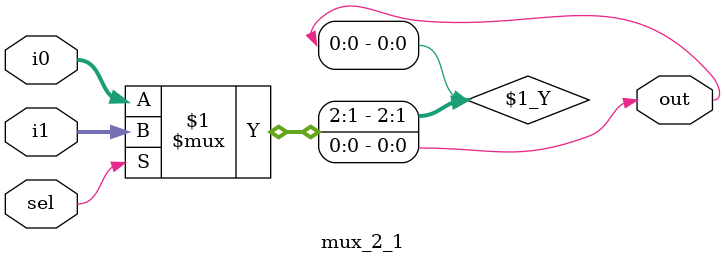
<source format=v>
module mux_2_1(
input [2:0] i0,i1,
input sel,
output out);
//if sel=0 * i0 sel=1 * i1
assign out = sel ? i1:i0;
endmodule 

</source>
